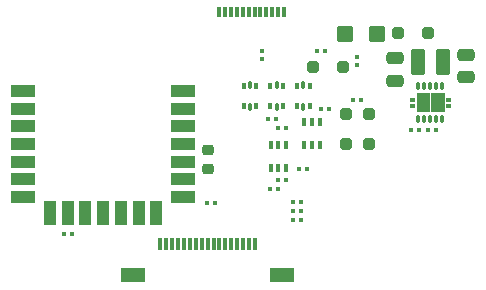
<source format=gbr>
%TF.GenerationSoftware,KiCad,Pcbnew,8.0.2*%
%TF.CreationDate,2025-05-18T14:56:39-07:00*%
%TF.ProjectId,PGS_USBW_Board,5047535f-5553-4425-975f-426f6172642e,rev?*%
%TF.SameCoordinates,Original*%
%TF.FileFunction,Paste,Top*%
%TF.FilePolarity,Positive*%
%FSLAX46Y46*%
G04 Gerber Fmt 4.6, Leading zero omitted, Abs format (unit mm)*
G04 Created by KiCad (PCBNEW 8.0.2) date 2025-05-18 14:56:39*
%MOMM*%
%LPD*%
G01*
G04 APERTURE LIST*
G04 Aperture macros list*
%AMRoundRect*
0 Rectangle with rounded corners*
0 $1 Rounding radius*
0 $2 $3 $4 $5 $6 $7 $8 $9 X,Y pos of 4 corners*
0 Add a 4 corners polygon primitive as box body*
4,1,4,$2,$3,$4,$5,$6,$7,$8,$9,$2,$3,0*
0 Add four circle primitives for the rounded corners*
1,1,$1+$1,$2,$3*
1,1,$1+$1,$4,$5*
1,1,$1+$1,$6,$7*
1,1,$1+$1,$8,$9*
0 Add four rect primitives between the rounded corners*
20,1,$1+$1,$2,$3,$4,$5,0*
20,1,$1+$1,$4,$5,$6,$7,0*
20,1,$1+$1,$6,$7,$8,$9,0*
20,1,$1+$1,$8,$9,$2,$3,0*%
G04 Aperture macros list end*
%ADD10C,0.010000*%
%ADD11RoundRect,0.079500X0.079500X0.100500X-0.079500X0.100500X-0.079500X-0.100500X0.079500X-0.100500X0*%
%ADD12RoundRect,0.079500X-0.079500X-0.100500X0.079500X-0.100500X0.079500X0.100500X-0.079500X0.100500X0*%
%ADD13RoundRect,0.079500X0.100500X-0.079500X0.100500X0.079500X-0.100500X0.079500X-0.100500X-0.079500X0*%
%ADD14R,2.000000X1.000000*%
%ADD15R,1.000000X2.000000*%
%ADD16RoundRect,0.100000X0.100000X-0.225000X0.100000X0.225000X-0.100000X0.225000X-0.100000X-0.225000X0*%
%ADD17RoundRect,0.218750X-0.256250X0.218750X-0.256250X-0.218750X0.256250X-0.218750X0.256250X0.218750X0*%
%ADD18RoundRect,0.250000X-0.475000X0.250000X-0.475000X-0.250000X0.475000X-0.250000X0.475000X0.250000X0*%
%ADD19RoundRect,0.250000X-0.250000X0.250000X-0.250000X-0.250000X0.250000X-0.250000X0.250000X0.250000X0*%
%ADD20RoundRect,0.250000X0.475000X-0.250000X0.475000X0.250000X-0.475000X0.250000X-0.475000X-0.250000X0*%
%ADD21RoundRect,0.093750X0.093750X-0.156250X0.093750X0.156250X-0.093750X0.156250X-0.093750X-0.156250X0*%
%ADD22RoundRect,0.075000X0.075000X-0.250000X0.075000X0.250000X-0.075000X0.250000X-0.075000X-0.250000X0*%
%ADD23RoundRect,0.007200X-0.112800X0.292800X-0.112800X-0.292800X0.112800X-0.292800X0.112800X0.292800X0*%
%ADD24RoundRect,0.250000X0.250000X-0.250000X0.250000X0.250000X-0.250000X0.250000X-0.250000X-0.250000X0*%
%ADD25RoundRect,0.250000X-0.375000X-0.850000X0.375000X-0.850000X0.375000X0.850000X-0.375000X0.850000X0*%
%ADD26R,0.300000X0.900000*%
%ADD27RoundRect,0.250000X0.250000X0.250000X-0.250000X0.250000X-0.250000X-0.250000X0.250000X-0.250000X0*%
%ADD28R,0.300000X1.000000*%
%ADD29R,2.000000X1.300000*%
%ADD30RoundRect,0.250000X0.450000X0.425000X-0.450000X0.425000X-0.450000X-0.425000X0.450000X-0.425000X0*%
G04 APERTURE END LIST*
D10*
%TO.C,U4*%
X80840000Y-31950000D02*
X80840000Y-32200000D01*
X80500000Y-32200000D01*
X80500000Y-31949999D01*
X80840000Y-31950000D01*
G36*
X80840000Y-31950000D02*
G01*
X80840000Y-32200000D01*
X80500000Y-32200000D01*
X80500000Y-31949999D01*
X80840000Y-31950000D01*
G37*
X80840000Y-32700000D02*
X80500000Y-32700001D01*
X80500000Y-32450000D01*
X80840000Y-32450000D01*
X80840000Y-32700000D01*
G36*
X80840000Y-32700000D02*
G01*
X80500000Y-32700001D01*
X80500000Y-32450000D01*
X80840000Y-32450000D01*
X80840000Y-32700000D01*
G37*
X82100000Y-33075000D02*
X81040000Y-33075000D01*
X81040000Y-31575000D01*
X82100000Y-31575000D01*
X82100000Y-33075000D01*
G36*
X82100000Y-33075000D02*
G01*
X81040000Y-33075000D01*
X81040000Y-31575000D01*
X82100000Y-31575000D01*
X82100000Y-33075000D01*
G37*
X83360000Y-33075000D02*
X82300000Y-33075000D01*
X82300000Y-31575000D01*
X83360000Y-31575000D01*
X83360000Y-33075000D01*
G36*
X83360000Y-33075000D02*
G01*
X82300000Y-33075000D01*
X82300000Y-31575000D01*
X83360000Y-31575000D01*
X83360000Y-33075000D01*
G37*
X83900000Y-32200000D02*
X83560000Y-32200000D01*
X83560000Y-31950000D01*
X83900000Y-31949999D01*
X83900000Y-32200000D01*
G36*
X83900000Y-32200000D02*
G01*
X83560000Y-32200000D01*
X83560000Y-31950000D01*
X83900000Y-31949999D01*
X83900000Y-32200000D01*
G37*
X83900000Y-32700001D02*
X83560000Y-32700000D01*
X83560000Y-32450000D01*
X83900000Y-32450000D01*
X83900000Y-32700001D01*
G36*
X83900000Y-32700001D02*
G01*
X83560000Y-32700000D01*
X83560000Y-32450000D01*
X83900000Y-32450000D01*
X83900000Y-32700001D01*
G37*
%TD*%
D11*
%TO.C,R13*%
X76330091Y-32183329D03*
X75640091Y-32183329D03*
%TD*%
D12*
%TO.C,R3*%
X69305000Y-38950000D03*
X69995000Y-38950000D03*
%TD*%
%TO.C,R11*%
X70605000Y-42300000D03*
X71295000Y-42300000D03*
%TD*%
D11*
%TO.C,R4*%
X69340000Y-39725000D03*
X68650000Y-39725000D03*
%TD*%
D13*
%TO.C,R2*%
X67975000Y-28690000D03*
X67975000Y-28000000D03*
%TD*%
D14*
%TO.C,P1*%
X47750000Y-31375000D03*
X47750000Y-32875000D03*
X47750000Y-34375000D03*
X47750000Y-35875000D03*
X47750000Y-37375000D03*
X47750000Y-38875000D03*
X47750000Y-40375000D03*
D15*
X50000000Y-41675000D03*
X51500000Y-41675000D03*
X53000000Y-41675000D03*
X54500000Y-41675000D03*
X56000000Y-41675000D03*
X57500000Y-41675000D03*
X59000000Y-41675000D03*
D14*
X61250000Y-40375000D03*
X61250000Y-38875000D03*
X61250000Y-37375000D03*
X61250000Y-35875000D03*
X61250000Y-34375000D03*
X61250000Y-32875000D03*
X61250000Y-31375000D03*
%TD*%
D16*
%TO.C,Q2*%
X71525000Y-35925000D03*
X72175000Y-35924999D03*
X72825000Y-35925000D03*
X72825000Y-34025000D03*
X72175000Y-34025001D03*
X71525000Y-34025000D03*
%TD*%
D17*
%TO.C,L2*%
X63375000Y-36387499D03*
X63375000Y-37962501D03*
%TD*%
D11*
%TO.C,R7*%
X69120000Y-33725000D03*
X68430000Y-33725000D03*
%TD*%
%TO.C,R10*%
X71295000Y-41525000D03*
X70605000Y-41525000D03*
%TD*%
D18*
%TO.C,C2*%
X79175000Y-28625001D03*
X79175000Y-30524999D03*
%TD*%
D11*
%TO.C,R8*%
X73645000Y-32950000D03*
X72955000Y-32950000D03*
%TD*%
D19*
%TO.C,D3*%
X75025000Y-33375001D03*
X75025000Y-35874999D03*
%TD*%
D20*
%TO.C,C4*%
X85200000Y-30199998D03*
X85200000Y-28300000D03*
%TD*%
D11*
%TO.C,R12*%
X51845000Y-43525000D03*
X51155000Y-43525000D03*
%TD*%
D21*
%TO.C,U3*%
X70900000Y-32650000D03*
D22*
X71437500Y-32725000D03*
D21*
X71975000Y-32650000D03*
X71975000Y-30950000D03*
D22*
X71437500Y-30875000D03*
D21*
X70900000Y-30950000D03*
%TD*%
D12*
%TO.C,R6*%
X69305000Y-34500000D03*
X69995000Y-34500000D03*
%TD*%
D13*
%TO.C,C7*%
X76001741Y-29216248D03*
X76001741Y-28526248D03*
%TD*%
D11*
%TO.C,C3*%
X82695000Y-34725000D03*
X82005000Y-34725000D03*
%TD*%
D12*
%TO.C,C6*%
X70605000Y-40750000D03*
X71295000Y-40750000D03*
%TD*%
D23*
%TO.C,U4*%
X83200000Y-30925000D03*
X82700000Y-30925000D03*
X82200000Y-30925001D03*
X81700000Y-30925000D03*
X81200000Y-30925000D03*
X81200000Y-33725000D03*
X81700000Y-33725000D03*
X82200000Y-33724999D03*
X82700000Y-33725000D03*
X83200000Y-33725000D03*
%TD*%
D21*
%TO.C,U2*%
X68650000Y-32650000D03*
D22*
X69187500Y-32725000D03*
D21*
X69725000Y-32650000D03*
X69725000Y-30950000D03*
D22*
X69187500Y-30875000D03*
D21*
X68650000Y-30950000D03*
%TD*%
D11*
%TO.C,R14*%
X63995000Y-40900000D03*
X63305000Y-40900000D03*
%TD*%
D24*
%TO.C,D4*%
X77000000Y-35874999D03*
X77000000Y-33375001D03*
%TD*%
D25*
%TO.C,L1*%
X81125000Y-28900000D03*
X83275000Y-28900000D03*
%TD*%
D12*
%TO.C,R9*%
X80530000Y-34725000D03*
X81220000Y-34725000D03*
%TD*%
%TO.C,R5*%
X71105000Y-38025000D03*
X71795000Y-38025000D03*
%TD*%
D26*
%TO.C,J2*%
X69824998Y-24721124D03*
X69324998Y-24721124D03*
X68824998Y-24721124D03*
X68324998Y-24721124D03*
X67824998Y-24721124D03*
X67324998Y-24721124D03*
X66824998Y-24721124D03*
X66324998Y-24721124D03*
X65824998Y-24721124D03*
X65324998Y-24721124D03*
X64824998Y-24721124D03*
X64324998Y-24721124D03*
%TD*%
D27*
%TO.C,D1*%
X81999999Y-26500000D03*
X79500001Y-26500000D03*
%TD*%
%TO.C,D2*%
X74799999Y-29325000D03*
X72300001Y-29325000D03*
%TD*%
D21*
%TO.C,U1*%
X66387500Y-32650000D03*
D22*
X66925000Y-32725000D03*
D21*
X67462500Y-32650000D03*
X67462500Y-30950000D03*
D22*
X66925000Y-30875000D03*
D21*
X66387500Y-30950000D03*
%TD*%
D16*
%TO.C,Q1*%
X68675000Y-37875000D03*
X69325000Y-37874999D03*
X69975000Y-37875000D03*
X69975000Y-35975000D03*
X69325000Y-35975001D03*
X68675000Y-35975000D03*
%TD*%
D28*
%TO.C,J1*%
X59350000Y-44300000D03*
X59850000Y-44300000D03*
X60350000Y-44300000D03*
X60850000Y-44300000D03*
X61350000Y-44300000D03*
X61850000Y-44300000D03*
X62350000Y-44300000D03*
X62850000Y-44300000D03*
X63350000Y-44300000D03*
X63850000Y-44300000D03*
X64350000Y-44300000D03*
X64850000Y-44300000D03*
X65350000Y-44300000D03*
X65850000Y-44300000D03*
X66350000Y-44300000D03*
X66850000Y-44300000D03*
X67350000Y-44300000D03*
D29*
X57050000Y-47000000D03*
X69650000Y-47000000D03*
%TD*%
D12*
%TO.C,R1*%
X72580000Y-28000000D03*
X73270000Y-28000000D03*
%TD*%
D30*
%TO.C,C1*%
X77700000Y-26600000D03*
X75000000Y-26600000D03*
%TD*%
M02*

</source>
